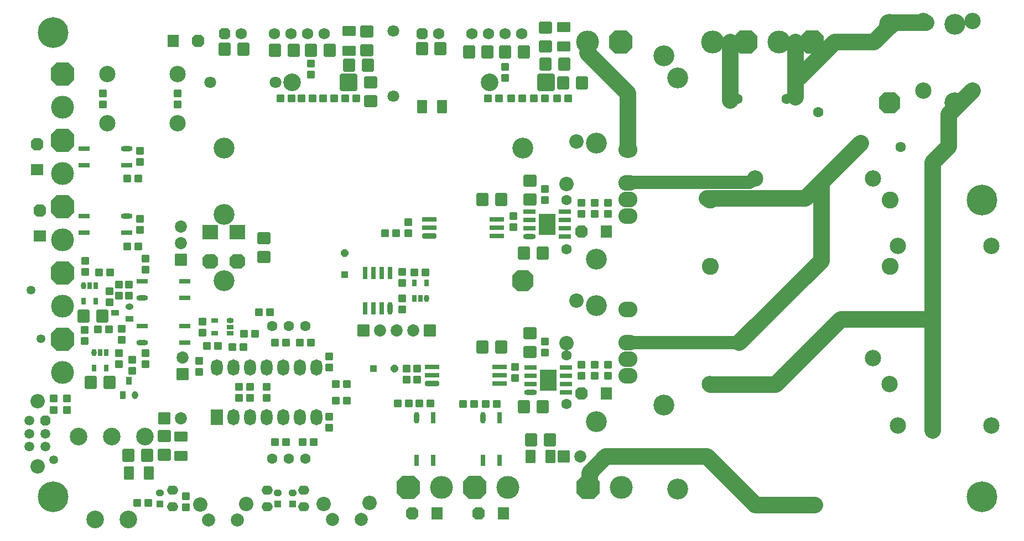
<source format=gbr>
G04 Layer_Color=16711935*
%FSLAX26Y26*%
%MOIN*%
%TF.FileFunction,Soldermask,Bot*%
%TF.Part,Single*%
G01*
G75*
%TA.AperFunction,NonConductor*%
%ADD102C,0.100000*%
%TA.AperFunction,ComponentPad*%
%ADD104C,0.086740*%
%ADD105C,0.059181*%
G04:AMPARAMS|DCode=106|XSize=59.181mil|YSize=59.181mil|CornerRadius=0mil|HoleSize=0mil|Usage=FLASHONLY|Rotation=270.000|XOffset=0mil|YOffset=0mil|HoleType=Round|Shape=Octagon|*
%AMOCTAGOND106*
4,1,8,-0.014795,-0.029591,0.014795,-0.029591,0.029591,-0.014795,0.029591,0.014795,0.014795,0.029591,-0.014795,0.029591,-0.029591,0.014795,-0.029591,-0.014795,-0.014795,-0.029591,0.0*
%
%ADD106OCTAGOND106*%

%ADD107C,0.098551*%
%ADD108C,0.078866*%
%ADD109C,0.068000*%
G04:AMPARAMS|DCode=110|XSize=68mil|YSize=68mil|CornerRadius=0mil|HoleSize=0mil|Usage=FLASHONLY|Rotation=0.000|XOffset=0mil|YOffset=0mil|HoleType=Round|Shape=Octagon|*
%AMOCTAGOND110*
4,1,8,0.034000,-0.017000,0.034000,0.017000,0.017000,0.034000,-0.017000,0.034000,-0.034000,0.017000,-0.034000,-0.017000,-0.017000,-0.034000,0.017000,-0.034000,0.034000,-0.017000,0.0*
%
%ADD110OCTAGOND110*%

%ADD111C,0.073000*%
G04:AMPARAMS|DCode=112|XSize=73mil|YSize=73mil|CornerRadius=7.25mil|HoleSize=0mil|Usage=FLASHONLY|Rotation=180.000|XOffset=0mil|YOffset=0mil|HoleType=Round|Shape=RoundedRectangle|*
%AMROUNDEDRECTD112*
21,1,0.073000,0.058500,0,0,180.0*
21,1,0.058500,0.073000,0,0,180.0*
1,1,0.014500,-0.029250,0.029250*
1,1,0.014500,0.029250,0.029250*
1,1,0.014500,0.029250,-0.029250*
1,1,0.014500,-0.029250,-0.029250*
%
%ADD112ROUNDEDRECTD112*%
%ADD113C,0.126110*%
G04:AMPARAMS|DCode=114|XSize=126.11mil|YSize=126.11mil|CornerRadius=0mil|HoleSize=0mil|Usage=FLASHONLY|Rotation=270.000|XOffset=0mil|YOffset=0mil|HoleType=Round|Shape=Octagon|*
%AMOCTAGOND114*
4,1,8,-0.031527,-0.063055,0.031527,-0.063055,0.063055,-0.031528,0.063055,0.031528,0.031527,0.063055,-0.031527,0.063055,-0.063055,0.031528,-0.063055,-0.031528,-0.031527,-0.063055,0.0*
%
%ADD114OCTAGOND114*%

G04:AMPARAMS|DCode=115|XSize=73mil|YSize=73mil|CornerRadius=7.25mil|HoleSize=0mil|Usage=FLASHONLY|Rotation=90.000|XOffset=0mil|YOffset=0mil|HoleType=Round|Shape=RoundedRectangle|*
%AMROUNDEDRECTD115*
21,1,0.073000,0.058500,0,0,90.0*
21,1,0.058500,0.073000,0,0,90.0*
1,1,0.014500,0.029250,0.029250*
1,1,0.014500,0.029250,-0.029250*
1,1,0.014500,-0.029250,-0.029250*
1,1,0.014500,-0.029250,0.029250*
%
%ADD115ROUNDEDRECTD115*%
%ADD116C,0.106425*%
G04:AMPARAMS|DCode=117|XSize=106.425mil|YSize=106.425mil|CornerRadius=13.842mil|HoleSize=0mil|Usage=FLASHONLY|Rotation=0.000|XOffset=0mil|YOffset=0mil|HoleType=Round|Shape=RoundedRectangle|*
%AMROUNDEDRECTD117*
21,1,0.106425,0.078740,0,0,0.0*
21,1,0.078740,0.106425,0,0,0.0*
1,1,0.027685,0.039370,-0.039370*
1,1,0.027685,-0.039370,-0.039370*
1,1,0.027685,-0.039370,0.039370*
1,1,0.027685,0.039370,0.039370*
%
%ADD117ROUNDEDRECTD117*%
%ADD118C,0.070992*%
G04:AMPARAMS|DCode=119|XSize=126.11mil|YSize=126.11mil|CornerRadius=0mil|HoleSize=0mil|Usage=FLASHONLY|Rotation=180.000|XOffset=0mil|YOffset=0mil|HoleType=Round|Shape=Octagon|*
%AMOCTAGOND119*
4,1,8,-0.063055,0.031527,-0.063055,-0.031527,-0.031528,-0.063055,0.031528,-0.063055,0.063055,-0.031527,0.063055,0.031527,0.031528,0.063055,-0.031528,0.063055,-0.063055,0.031527,0.0*
%
%ADD119OCTAGOND119*%

G04:AMPARAMS|DCode=120|XSize=137.921mil|YSize=137.921mil|CornerRadius=0mil|HoleSize=0mil|Usage=FLASHONLY|Rotation=270.000|XOffset=0mil|YOffset=0mil|HoleType=Round|Shape=Octagon|*
%AMOCTAGOND120*
4,1,8,-0.034480,-0.068961,0.034480,-0.068961,0.068961,-0.034480,0.068961,0.034480,0.034480,0.068961,-0.034480,0.068961,-0.068961,0.034480,-0.068961,-0.034480,-0.034480,-0.068961,0.0*
%
%ADD120OCTAGOND120*%

%ADD121C,0.137921*%
%ADD122C,0.102488*%
%ADD123C,0.063118*%
%ADD124O,0.067055X0.055244*%
G04:AMPARAMS|DCode=125|XSize=137.921mil|YSize=137.921mil|CornerRadius=0mil|HoleSize=0mil|Usage=FLASHONLY|Rotation=180.000|XOffset=0mil|YOffset=0mil|HoleType=Round|Shape=Octagon|*
%AMOCTAGOND125*
4,1,8,-0.068961,0.034480,-0.068961,-0.034480,-0.034480,-0.068961,0.034480,-0.068961,0.068961,-0.034480,0.068961,0.034480,0.034480,0.068961,-0.034480,0.068961,-0.068961,0.034480,0.0*
%
%ADD125OCTAGOND125*%

%ADD126O,0.114299X0.096189*%
%ADD127O,0.072000X0.098000*%
%ADD128R,0.072000X0.098000*%
%TA.AperFunction,WasherPad*%
%ADD129C,0.185165*%
%TA.AperFunction,ViaPad*%
%ADD130C,0.126110*%
%ADD131C,0.053000*%
%TA.AperFunction,NonConductor*%
%ADD132C,0.080000*%
%TA.AperFunction,SMDPad,CuDef*%
G04:AMPARAMS|DCode=133|XSize=48mil|YSize=48mil|CornerRadius=7mil|HoleSize=0mil|Usage=FLASHONLY|Rotation=180.000|XOffset=0mil|YOffset=0mil|HoleType=Round|Shape=RoundedRectangle|*
%AMROUNDEDRECTD133*
21,1,0.048000,0.034000,0,0,180.0*
21,1,0.034000,0.048000,0,0,180.0*
1,1,0.014000,-0.017000,0.017000*
1,1,0.014000,0.017000,0.017000*
1,1,0.014000,0.017000,-0.017000*
1,1,0.014000,-0.017000,-0.017000*
%
%ADD133ROUNDEDRECTD133*%
%ADD134R,0.048000X0.038000*%
%ADD135O,0.048000X0.038000*%
%ADD136R,0.038000X0.048000*%
%ADD137O,0.038000X0.048000*%
%ADD138O,0.031622X0.043433*%
%ADD139R,0.031622X0.043433*%
%ADD140O,0.076898X0.031622*%
%ADD141R,0.076898X0.031622*%
%ADD142R,0.102488X0.130047*%
G04:AMPARAMS|DCode=143|XSize=31.622mil|YSize=88.709mil|CornerRadius=0mil|HoleSize=0mil|Usage=FLASHONLY|Rotation=270.000|XOffset=0mil|YOffset=0mil|HoleType=Round|Shape=Octagon|*
%AMOCTAGOND143*
4,1,8,0.044354,0.007905,0.044354,-0.007905,0.036449,-0.015811,-0.036449,-0.015811,-0.044354,-0.007905,-0.044354,0.007905,-0.036449,0.015811,0.036449,0.015811,0.044354,0.007905,0.0*
%
%ADD143OCTAGOND143*%

%ADD144R,0.088709X0.031622*%
%ADD145R,0.031622X0.076898*%
%ADD146O,0.031622X0.076898*%
G04:AMPARAMS|DCode=147|XSize=48mil|YSize=48mil|CornerRadius=7mil|HoleSize=0mil|Usage=FLASHONLY|Rotation=270.000|XOffset=0mil|YOffset=0mil|HoleType=Round|Shape=RoundedRectangle|*
%AMROUNDEDRECTD147*
21,1,0.048000,0.034000,0,0,270.0*
21,1,0.034000,0.048000,0,0,270.0*
1,1,0.014000,-0.017000,-0.017000*
1,1,0.014000,-0.017000,0.017000*
1,1,0.014000,0.017000,0.017000*
1,1,0.014000,0.017000,-0.017000*
%
%ADD147ROUNDEDRECTD147*%
G04:AMPARAMS|DCode=148|XSize=71mil|YSize=79mil|CornerRadius=8.725mil|HoleSize=0mil|Usage=FLASHONLY|Rotation=90.000|XOffset=0mil|YOffset=0mil|HoleType=Round|Shape=RoundedRectangle|*
%AMROUNDEDRECTD148*
21,1,0.071000,0.061550,0,0,90.0*
21,1,0.053550,0.079000,0,0,90.0*
1,1,0.017450,0.030775,0.026775*
1,1,0.017450,0.030775,-0.026775*
1,1,0.017450,-0.030775,-0.026775*
1,1,0.017450,-0.030775,0.026775*
%
%ADD148ROUNDEDRECTD148*%
G04:AMPARAMS|DCode=149|XSize=71mil|YSize=79mil|CornerRadius=8.725mil|HoleSize=0mil|Usage=FLASHONLY|Rotation=0.000|XOffset=0mil|YOffset=0mil|HoleType=Round|Shape=RoundedRectangle|*
%AMROUNDEDRECTD149*
21,1,0.071000,0.061550,0,0,0.0*
21,1,0.053550,0.079000,0,0,0.0*
1,1,0.017450,0.026775,-0.030775*
1,1,0.017450,-0.026775,-0.030775*
1,1,0.017450,-0.026775,0.030775*
1,1,0.017450,0.026775,0.030775*
%
%ADD149ROUNDEDRECTD149*%
%ADD150R,0.094614X0.088709*%
G04:AMPARAMS|DCode=151|XSize=94.614mil|YSize=88.709mil|CornerRadius=0mil|HoleSize=0mil|Usage=FLASHONLY|Rotation=0.000|XOffset=0mil|YOffset=0mil|HoleType=Round|Shape=Octagon|*
%AMOCTAGOND151*
4,1,8,0.047307,-0.022177,0.047307,0.022177,0.025130,0.044354,-0.025130,0.044354,-0.047307,0.022177,-0.047307,-0.022177,-0.025130,-0.044354,0.025130,-0.044354,0.047307,-0.022177,0.0*
%
%ADD151OCTAGOND151*%

%ADD152R,0.070992X0.031622*%
%ADD153O,0.070992X0.031622*%
%ADD154R,0.074929X0.070992*%
G04:AMPARAMS|DCode=155|XSize=74.929mil|YSize=70.992mil|CornerRadius=0mil|HoleSize=0mil|Usage=FLASHONLY|Rotation=0.000|XOffset=0mil|YOffset=0mil|HoleType=Round|Shape=Octagon|*
%AMOCTAGOND155*
4,1,8,0.037465,-0.017748,0.037465,0.017748,0.019717,0.035496,-0.019717,0.035496,-0.037465,0.017748,-0.037465,-0.017748,-0.019717,-0.035496,0.019717,-0.035496,0.037465,-0.017748,0.0*
%
%ADD155OCTAGOND155*%

G04:AMPARAMS|DCode=156|XSize=74.929mil|YSize=70.992mil|CornerRadius=0mil|HoleSize=0mil|Usage=FLASHONLY|Rotation=270.000|XOffset=0mil|YOffset=0mil|HoleType=Round|Shape=Octagon|*
%AMOCTAGOND156*
4,1,8,-0.017748,-0.037465,0.017748,-0.037465,0.035496,-0.019717,0.035496,0.019717,0.017748,0.037465,-0.017748,0.037465,-0.035496,0.019717,-0.035496,-0.019717,-0.017748,-0.037465,0.0*
%
%ADD156OCTAGOND156*%

%ADD157R,0.070992X0.074929*%
G04:AMPARAMS|DCode=158|XSize=43.433mil|YSize=43.433mil|CornerRadius=0mil|HoleSize=0mil|Usage=FLASHONLY|Rotation=270.000|XOffset=0mil|YOffset=0mil|HoleType=Round|Shape=Octagon|*
%AMOCTAGOND158*
4,1,8,-0.010858,-0.021717,0.010858,-0.021717,0.021717,-0.010858,0.021717,0.010858,0.010858,0.021717,-0.010858,0.021717,-0.021717,0.010858,-0.021717,-0.010858,-0.010858,-0.021717,0.0*
%
%ADD158OCTAGOND158*%

%ADD159R,0.043433X0.043433*%
G04:AMPARAMS|DCode=160|XSize=43.433mil|YSize=43.433mil|CornerRadius=0mil|HoleSize=0mil|Usage=FLASHONLY|Rotation=0.000|XOffset=0mil|YOffset=0mil|HoleType=Round|Shape=Octagon|*
%AMOCTAGOND160*
4,1,8,0.021717,-0.010858,0.021717,0.010858,0.010858,0.021717,-0.010858,0.021717,-0.021717,0.010858,-0.021717,-0.010858,-0.010858,-0.021717,0.010858,-0.021717,0.021717,-0.010858,0.0*
%
%ADD160OCTAGOND160*%

%ADD161R,0.043433X0.043433*%
G04:AMPARAMS|DCode=162|XSize=43.433mil|YSize=41.465mil|CornerRadius=0mil|HoleSize=0mil|Usage=FLASHONLY|Rotation=0.000|XOffset=0mil|YOffset=0mil|HoleType=Round|Shape=Octagon|*
%AMOCTAGOND162*
4,1,8,0.021717,-0.010366,0.021717,0.010366,0.011351,0.020732,-0.011351,0.020732,-0.021717,0.010366,-0.021717,-0.010366,-0.011351,-0.020732,0.011351,-0.020732,0.021717,-0.010366,0.0*
%
%ADD162OCTAGOND162*%

%ADD163R,0.043433X0.041465*%
%ADD164R,0.043433X0.031622*%
%ADD165O,0.043433X0.031622*%
G04:AMPARAMS|DCode=166|XSize=63.118mil|YSize=78.866mil|CornerRadius=8.134mil|HoleSize=0mil|Usage=FLASHONLY|Rotation=90.000|XOffset=0mil|YOffset=0mil|HoleType=Round|Shape=RoundedRectangle|*
%AMROUNDEDRECTD166*
21,1,0.063118,0.062599,0,0,90.0*
21,1,0.046850,0.078866,0,0,90.0*
1,1,0.016268,0.031299,0.023425*
1,1,0.016268,0.031299,-0.023425*
1,1,0.016268,-0.031299,-0.023425*
1,1,0.016268,-0.031299,0.023425*
%
%ADD166ROUNDEDRECTD166*%
G04:AMPARAMS|DCode=167|XSize=63.118mil|YSize=78.866mil|CornerRadius=8.134mil|HoleSize=0mil|Usage=FLASHONLY|Rotation=0.000|XOffset=0mil|YOffset=0mil|HoleType=Round|Shape=RoundedRectangle|*
%AMROUNDEDRECTD167*
21,1,0.063118,0.062599,0,0,0.0*
21,1,0.046850,0.078866,0,0,0.0*
1,1,0.016268,0.023425,-0.031299*
1,1,0.016268,-0.023425,-0.031299*
1,1,0.016268,-0.023425,0.031299*
1,1,0.016268,0.023425,0.031299*
%
%ADD167ROUNDEDRECTD167*%
%ADD168O,0.031622X0.070992*%
%ADD169R,0.031622X0.070992*%
D102*
X4783465Y2106299D02*
Y2145669D01*
X4881890Y2244095D01*
X5492126D01*
X5785472Y1950748D01*
X6139803D01*
X6850394Y2401575D02*
Y4015748D01*
X6948819Y4114173D01*
Y4308819D01*
X7090000Y4450000D01*
X6811024Y4862205D02*
X6614173D01*
X6496063Y4744095D01*
X6259842D01*
X6043307Y4527559D01*
X6023622Y4409449D02*
Y4744095D01*
X5629921D02*
Y4389764D01*
X5492126Y3799213D02*
X6082677D01*
X6181102Y3897638D01*
Y3897638D02*
X6417323Y4133858D01*
X6181102Y3897638D02*
Y3425197D01*
X5685905Y2930000D01*
X5511811Y2677165D02*
X5905512D01*
X6299212Y3070866D01*
X6830709D01*
X5015000Y4433819D02*
X4770000Y4678819D01*
X5015000Y4433819D02*
Y4095000D01*
D104*
X1456693Y2185039D02*
D03*
Y2578740D02*
D03*
X2437205Y1953740D02*
D03*
X2712795Y1957677D02*
D03*
X3182205Y1958740D02*
D03*
X3457795Y1962677D02*
D03*
X4645472Y2927047D02*
D03*
X4704528Y3182953D02*
D03*
X4645472Y3887047D02*
D03*
X4704528Y4142953D02*
D03*
D105*
X1407480Y2303150D02*
D03*
Y2381890D02*
D03*
X1505906D02*
D03*
Y2303150D02*
D03*
X1407480Y2460630D02*
D03*
D106*
X1505906Y2460630D02*
D03*
D107*
X2300000Y4254724D02*
D03*
Y4550000D02*
D03*
X1878740D02*
D03*
Y4254724D02*
D03*
X5507323Y2680000D02*
D03*
X5780000Y1950748D02*
D03*
X6640000Y2430000D02*
D03*
X6590000Y2680000D02*
D03*
X6490000Y2838661D02*
D03*
X6640000Y3512677D02*
D03*
X6490000Y3921339D02*
D03*
X7090000Y4450000D02*
D03*
Y4871260D02*
D03*
X6794724D02*
D03*
Y4450000D02*
D03*
X7204724Y3513780D02*
D03*
Y2431102D02*
D03*
X5780000Y3919252D02*
D03*
D108*
X2488386Y1859252D02*
D03*
X2661614D02*
D03*
X3233386Y1864252D02*
D03*
X3406614D02*
D03*
D109*
X4375000Y4795000D02*
D03*
X4275000D02*
D03*
X4175000D02*
D03*
X4075000D02*
D03*
X3875000D02*
D03*
X3185000D02*
D03*
X3085000D02*
D03*
X2985000D02*
D03*
X2885000D02*
D03*
X2685000D02*
D03*
D110*
X3775000Y4795000D02*
D03*
X2585000D02*
D03*
D111*
X2320000Y2475000D02*
D03*
X2330000Y2840000D02*
D03*
X2320000Y3530000D02*
D03*
Y3630000D02*
D03*
X3520000Y3003740D02*
D03*
X3620000D02*
D03*
X3720000D02*
D03*
X4725984Y2244095D02*
D03*
D112*
X2220000Y2475000D02*
D03*
X3420000Y3003740D02*
D03*
X3820000D02*
D03*
X4625984Y2244095D02*
D03*
D113*
X2580000Y3305000D02*
D03*
Y3705000D02*
D03*
Y4105000D02*
D03*
X4380000D02*
D03*
X4825000Y4135000D02*
D03*
X5229907Y4661123D02*
D03*
X4825000Y3435000D02*
D03*
Y3155000D02*
D03*
Y2455000D02*
D03*
X5230000Y2555000D02*
D03*
X6985000Y4377559D02*
D03*
Y4850000D02*
D03*
X6591299D02*
D03*
D114*
X6591299Y4377559D02*
D03*
D115*
X2330000Y2740000D02*
D03*
X2320000Y3430000D02*
D03*
D116*
X1805000Y1865000D02*
D03*
X2005000D02*
D03*
X2105000Y2365000D02*
D03*
X1905000D02*
D03*
X1705000D02*
D03*
X2990000Y4500000D02*
D03*
X4180000D02*
D03*
D117*
X4520000Y4500000D02*
D03*
X3330000D02*
D03*
D118*
X3600000Y4418150D02*
D03*
Y4811850D02*
D03*
X2891850Y4500000D02*
D03*
X2498150D02*
D03*
D119*
X4380000Y3305000D02*
D03*
D120*
X1607480Y2950000D02*
D03*
Y3350000D02*
D03*
Y3750000D02*
D03*
Y4150000D02*
D03*
Y4550000D02*
D03*
D121*
X1607480Y2750000D02*
D03*
Y3150000D02*
D03*
Y3550000D02*
D03*
Y3950000D02*
D03*
Y4350000D02*
D03*
X3890000Y2057481D02*
D03*
X4290000D02*
D03*
X4975000D02*
D03*
X5925000Y4742520D02*
D03*
X5525000D02*
D03*
X4770000D02*
D03*
D122*
X5512323Y3390000D02*
D03*
Y3791575D02*
D03*
X6595000Y3390000D02*
D03*
Y3791575D02*
D03*
D123*
X2870000Y2230000D02*
D03*
X2970000D02*
D03*
X3070000D02*
D03*
Y3030000D02*
D03*
X2970000D02*
D03*
X2870000D02*
D03*
X4645000Y2560000D02*
D03*
Y2855276D02*
D03*
Y3495000D02*
D03*
Y3790276D02*
D03*
X5674213Y4400000D02*
D03*
X5969488D02*
D03*
X6161417Y4320866D02*
D03*
Y4616142D02*
D03*
X6657362Y4110000D02*
D03*
X6952638D02*
D03*
D124*
X2270000Y1940000D02*
D03*
Y2040000D02*
D03*
X2840000Y1940000D02*
D03*
Y2040000D02*
D03*
X3060000Y1940000D02*
D03*
Y2040000D02*
D03*
D125*
X3690000Y2057481D02*
D03*
X4090000D02*
D03*
X4775000D02*
D03*
X6125000Y4742520D02*
D03*
X5725000D02*
D03*
X4970000D02*
D03*
D126*
X5015000Y2730000D02*
D03*
Y2830000D02*
D03*
Y2930000D02*
D03*
Y3130000D02*
D03*
Y3695000D02*
D03*
Y3795000D02*
D03*
Y3895000D02*
D03*
Y4095000D02*
D03*
D127*
X2636535Y2480000D02*
D03*
X2736535D02*
D03*
X2836535D02*
D03*
X2936535D02*
D03*
X3036535D02*
D03*
X3136535D02*
D03*
Y2780000D02*
D03*
X3036535D02*
D03*
X2936535D02*
D03*
X2836535D02*
D03*
X2736535D02*
D03*
X2636535D02*
D03*
X2536535D02*
D03*
D128*
X2536535Y2480000D02*
D03*
D129*
X1550000Y2000000D02*
D03*
Y4800000D02*
D03*
X7146850Y2000000D02*
D03*
Y3790000D02*
D03*
D130*
X5314961Y2047244D02*
D03*
Y4527559D02*
D03*
D131*
X1555118Y2224409D02*
D03*
X1476378Y2952756D02*
D03*
X1417323Y3248032D02*
D03*
D132*
X5015000Y2930000D02*
X5685905D01*
X5748032Y3897638D02*
X5019685D01*
D133*
X2350000Y1936535D02*
D03*
Y2003465D02*
D03*
X2836535Y2596535D02*
D03*
Y2663465D02*
D03*
X2736535D02*
D03*
X2670000D02*
D03*
Y2596535D02*
D03*
X2736535D02*
D03*
X2430000Y2755000D02*
D03*
Y2821929D02*
D03*
X2450000Y2991535D02*
D03*
Y3058465D02*
D03*
X2106299Y3372047D02*
D03*
Y3438976D02*
D03*
X2007874Y3281496D02*
D03*
Y3214567D02*
D03*
X1948819D02*
D03*
Y3281496D02*
D03*
X1889764Y3242126D02*
D03*
Y3175197D02*
D03*
X1965000Y3013465D02*
D03*
Y2946535D02*
D03*
X1948819Y2868110D02*
D03*
Y2801181D02*
D03*
X2027559Y2828740D02*
D03*
Y2761811D02*
D03*
X2106299Y2801181D02*
D03*
Y2868110D02*
D03*
X1740000Y2941535D02*
D03*
Y3008465D02*
D03*
X1745000Y3356535D02*
D03*
Y3423465D02*
D03*
X2075000Y3611535D02*
D03*
Y3678465D02*
D03*
Y4021535D02*
D03*
Y4088465D02*
D03*
X2300000Y4366535D02*
D03*
Y4433465D02*
D03*
X1850000D02*
D03*
Y4366535D02*
D03*
X3105000Y4546535D02*
D03*
Y4613465D02*
D03*
X3690167Y3658465D02*
D03*
Y3591535D02*
D03*
X3655000Y3357205D02*
D03*
Y3290276D02*
D03*
Y3197205D02*
D03*
Y3130276D02*
D03*
X3680000Y2773465D02*
D03*
X3745000D02*
D03*
Y2706535D02*
D03*
X3680000D02*
D03*
X3215000Y2781535D02*
D03*
Y2848465D02*
D03*
Y2483465D02*
D03*
Y2416535D02*
D03*
X4335000Y2716535D02*
D03*
X4515000Y2871535D02*
D03*
X4735000Y2731535D02*
D03*
X4815000D02*
D03*
X4895000D02*
D03*
Y2798465D02*
D03*
X4815000D02*
D03*
X4735000D02*
D03*
X4515000Y2938465D02*
D03*
X4335000Y2783465D02*
D03*
X4325167Y3626535D02*
D03*
X4515000Y3791535D02*
D03*
X4735167Y3773465D02*
D03*
Y3706535D02*
D03*
X4815167D02*
D03*
Y3773465D02*
D03*
X4895167D02*
D03*
Y3706535D02*
D03*
X4515000Y3858465D02*
D03*
X4325167Y3693465D02*
D03*
X4275000Y4528525D02*
D03*
Y4595455D02*
D03*
X1633858Y2592520D02*
D03*
Y2525590D02*
D03*
X1555118D02*
D03*
Y2592520D02*
D03*
D134*
X2011811Y3072834D02*
D03*
X1925197Y3110236D02*
D03*
D135*
X2011811Y3147638D02*
D03*
D136*
X2007874Y2700787D02*
D03*
X1970472Y2614173D02*
D03*
D137*
X2045276Y2614173D02*
D03*
D138*
X1797598Y2872244D02*
D03*
X1734252Y3275591D02*
D03*
X3802402Y3196496D02*
D03*
D139*
X1872401Y2777756D02*
D03*
Y2872244D02*
D03*
X1835000D02*
D03*
X1797598Y2777756D02*
D03*
X1809055Y3181102D02*
D03*
X1734252D02*
D03*
X1771653Y3275591D02*
D03*
X1809055D02*
D03*
X3727599Y3196496D02*
D03*
X3765000D02*
D03*
X3727599Y3290984D02*
D03*
X3802402D02*
D03*
D140*
X4428701Y2630000D02*
D03*
X4422205Y3570000D02*
D03*
D141*
X4428701Y2680000D02*
D03*
Y2730000D02*
D03*
Y2780000D02*
D03*
X4641299Y2730000D02*
D03*
Y2680000D02*
D03*
Y2630000D02*
D03*
Y2780000D02*
D03*
X4634803Y3570000D02*
D03*
Y3620000D02*
D03*
Y3670000D02*
D03*
Y3720000D02*
D03*
X4422205D02*
D03*
Y3670000D02*
D03*
Y3620000D02*
D03*
D142*
X4535000Y2705000D02*
D03*
X4528504Y3645000D02*
D03*
D143*
X3817412Y3575000D02*
D03*
X3834488Y2685000D02*
D03*
D144*
X3817412Y3625000D02*
D03*
Y3675000D02*
D03*
X4222923Y3625000D02*
D03*
Y3575000D02*
D03*
Y3675000D02*
D03*
X3834488Y2785000D02*
D03*
Y2735000D02*
D03*
X4240000D02*
D03*
Y2685000D02*
D03*
Y2785000D02*
D03*
D145*
X3430000Y3137441D02*
D03*
X3480000D02*
D03*
X3530000D02*
D03*
Y3350039D02*
D03*
X3580000D02*
D03*
X3480000D02*
D03*
X3430000D02*
D03*
D146*
X3580000Y3137441D02*
D03*
D147*
X2056535Y1965000D02*
D03*
X2123465D02*
D03*
X2886535Y2330000D02*
D03*
X2953465D02*
D03*
X3053071D02*
D03*
X3120000D02*
D03*
X3253071Y2580000D02*
D03*
X3320000D02*
D03*
Y2680000D02*
D03*
X3253071D02*
D03*
X3626535Y2565000D02*
D03*
X3693465D02*
D03*
X3756535D02*
D03*
X3823465D02*
D03*
X4021535Y2560000D02*
D03*
X4088465D02*
D03*
X4156535D02*
D03*
X4223465D02*
D03*
X3793465Y3353740D02*
D03*
X3726535D02*
D03*
X3618465Y3590000D02*
D03*
X3551535D02*
D03*
X3103465Y2930000D02*
D03*
X3036535D02*
D03*
X2953465D02*
D03*
X2858465Y3115000D02*
D03*
X2791535D02*
D03*
X2768465Y2985000D02*
D03*
X2886535Y2930000D02*
D03*
X2701535Y2985000D02*
D03*
X2698465Y2905000D02*
D03*
X2631535D02*
D03*
X2543465Y2910000D02*
D03*
X2476535D02*
D03*
X2063465Y3510000D02*
D03*
X1996535D02*
D03*
X1893465Y3355000D02*
D03*
X1826535D02*
D03*
X1821535Y3010000D02*
D03*
X1888465D02*
D03*
X1996535Y3920000D02*
D03*
X2063465D02*
D03*
X2921535Y4405000D02*
D03*
X2988465D02*
D03*
X3046535D02*
D03*
X3113465D02*
D03*
X3176535D02*
D03*
X3243465D02*
D03*
X3311535D02*
D03*
X3378465D02*
D03*
X4171535D02*
D03*
X4238465D02*
D03*
X4309545D02*
D03*
X4376475D02*
D03*
X4447555D02*
D03*
X4514485D02*
D03*
X4586535D02*
D03*
X4653465D02*
D03*
D148*
X2220000Y2254000D02*
D03*
Y2366000D02*
D03*
X2820000Y3449000D02*
D03*
Y3561000D02*
D03*
X3465000Y4389000D02*
D03*
Y4501000D02*
D03*
X3440000Y4694000D02*
D03*
Y4806000D02*
D03*
X4425000Y3906000D02*
D03*
Y3794000D02*
D03*
Y2986000D02*
D03*
Y2874000D02*
D03*
X4518010Y4719000D02*
D03*
Y4831000D02*
D03*
D149*
X2004000Y2250000D02*
D03*
X2116000D02*
D03*
X1891000Y2690000D02*
D03*
X1779000D02*
D03*
X1847339Y3090551D02*
D03*
X1735339D02*
D03*
X3216000Y4695000D02*
D03*
X3334000Y4605000D02*
D03*
X3446000D02*
D03*
X3773000Y4705000D02*
D03*
X3885000D02*
D03*
X4055990Y4685000D02*
D03*
X4167990D02*
D03*
X4274000D02*
D03*
X4386000D02*
D03*
X4519000Y4611990D02*
D03*
X4624000Y4498010D02*
D03*
X4736000D02*
D03*
X4631000Y4611990D02*
D03*
X4251000Y3795000D02*
D03*
X4139000D02*
D03*
X4389000Y3470000D02*
D03*
X4501000D02*
D03*
X4251000Y2905000D02*
D03*
X4139000D02*
D03*
X4389000Y2545000D02*
D03*
X4432189Y2342520D02*
D03*
X4544189D02*
D03*
X4501000Y2545000D02*
D03*
X3104000Y4695000D02*
D03*
X3001000D02*
D03*
X2889000D02*
D03*
X2696000Y4700000D02*
D03*
X2584000D02*
D03*
D150*
X2660000Y3598583D02*
D03*
X2496447D02*
D03*
D151*
X2660000Y3421417D02*
D03*
X2496447D02*
D03*
D152*
X2342953Y2930000D02*
D03*
Y3030000D02*
D03*
Y3200000D02*
D03*
Y3300000D02*
D03*
X1992953Y3595000D02*
D03*
X2087047Y3300000D02*
D03*
Y3030000D02*
D03*
X1737047Y3595000D02*
D03*
Y3695000D02*
D03*
X1992953Y4000000D02*
D03*
X1737047D02*
D03*
Y4100000D02*
D03*
D153*
X2087047Y2930000D02*
D03*
Y3200000D02*
D03*
X1992953Y3695000D02*
D03*
Y4100000D02*
D03*
D154*
X1470000Y3574213D02*
D03*
X1455000Y3974213D02*
D03*
D155*
X1470000Y3725787D02*
D03*
X1455000Y4125787D02*
D03*
D156*
X3714213Y1900000D02*
D03*
X4114213D02*
D03*
X4734213Y2625000D02*
D03*
X4734380Y3600000D02*
D03*
X2425787Y4750000D02*
D03*
D157*
X3865787Y1900000D02*
D03*
X4265787D02*
D03*
X4885787Y2625000D02*
D03*
X4885955Y3600000D02*
D03*
X2274213Y4750000D02*
D03*
D158*
X3608976Y2775000D02*
D03*
D159*
X3481024Y2775000D02*
D03*
D160*
X3307087Y3469488D02*
D03*
D161*
X3307087Y3341535D02*
D03*
D162*
X2195000Y2022480D02*
D03*
X2905000D02*
D03*
X2995000D02*
D03*
D163*
X2195000Y1957520D02*
D03*
X2905000D02*
D03*
X2995000D02*
D03*
D164*
X2617244Y2987599D02*
D03*
Y3025000D02*
D03*
X2522756Y3062402D02*
D03*
Y2987599D02*
D03*
D165*
X2617244Y3062402D02*
D03*
D166*
X2320000Y2245945D02*
D03*
Y2364055D02*
D03*
X4626020Y4715945D02*
D03*
Y4834055D02*
D03*
X3335000Y4809055D02*
D03*
Y4690945D02*
D03*
D167*
X2007874Y2145669D02*
D03*
X2125984D02*
D03*
X3894055Y4355000D02*
D03*
X3775945D02*
D03*
X4429134Y2244095D02*
D03*
X4547244D02*
D03*
D168*
X3740000Y2477953D02*
D03*
X4140000D02*
D03*
D169*
X3740000Y2222047D02*
D03*
X3840000D02*
D03*
X4140000D02*
D03*
X4240000D02*
D03*
Y2477953D02*
D03*
X3840000D02*
D03*
%TF.MD5,619d743cc612ec72e773107dc6052b09*%
M02*

</source>
